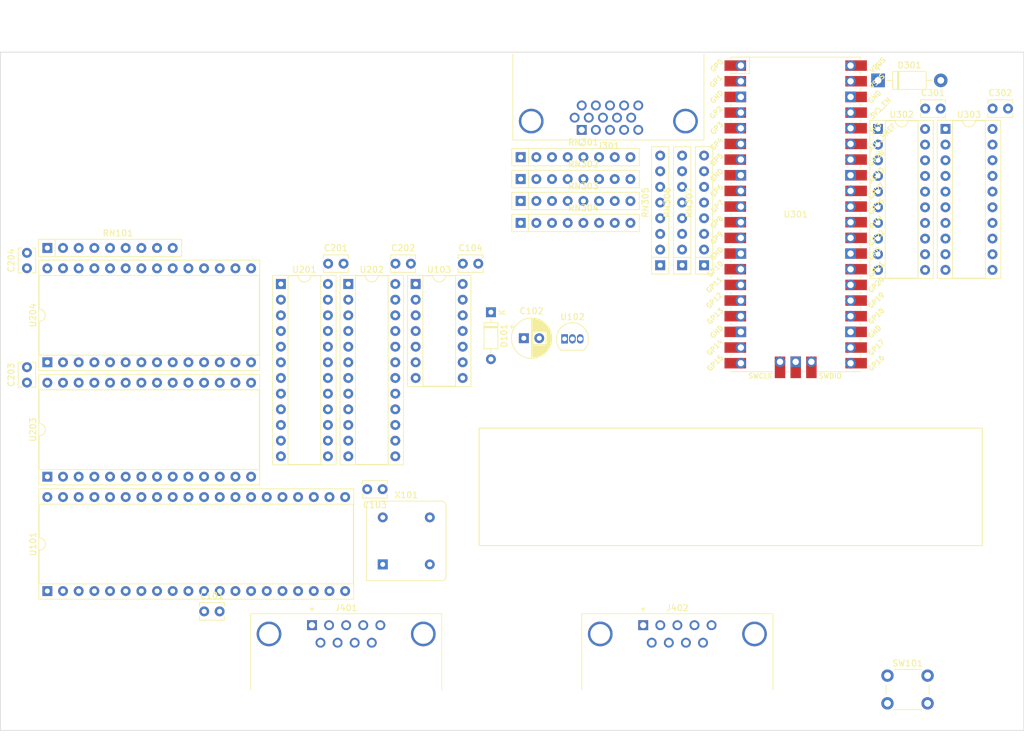
<source format=kicad_pcb>
(kicad_pcb (version 20221018) (generator pcbnew)
  (layers (0 "F.Cu" signal) (31 "B.Cu" signal) (34 "B.Paste" user) (35 "F.Paste" user) (36 "B.SilkS" user "B.Silkscreen") (37 "F.SilkS" user "F.Silkscreen") (38 "B.Mask" user) (39 "F.Mask" user) (44 "Edge.Cuts" user))
  (net 0 "")
  (net 1 "VCC")
  (net 2 "GND")
  (net 3 "Net-(D101-A)")
  (net 4 "+3V3")
  (net 5 "Net-(D301-K)")
  (net 6 "/Video/VGA_R")
  (net 7 "/Video/VGA_G")
  (net 8 "/Video/VGA_B")
  (net 13 "/Video/HSYNC")
  (net 14 "/Video/VSYNC")
  (net 16 "~{WAIT}")
  (net 17 "~{INT}")
  (net 18 "~{NMI}")
  (net 23 "/Video/R2")
  (net 24 "/Video/G2")
  (net 25 "/Video/B2")
  (net 28 "/Video/R0")
  (net 29 "Net-(RN302-R1.2)")
  (net 30 "Net-(RN302-R2.2)")
  (net 31 "Net-(RN302-R3.2)")
  (net 32 "/Video/G0")
  (net 33 "Net-(RN303-R1.2)")
  (net 34 "Net-(RN303-R2.2)")
  (net 35 "Net-(RN303-R3.2)")
  (net 36 "/Video/B0")
  (net 37 "Net-(RN304-R1.2)")
  (net 38 "Net-(RN304-R2.2)")
  (net 39 "Net-(RN304-R3.2)")
  (net 40 "/Video/R1")
  (net 41 "Net-(RN305-R1.2)")
  (net 42 "/Video/R3")
  (net 43 "/Video/G1")
  (net 44 "Net-(RN306-R1.2)")
  (net 45 "/Video/G3")
  (net 46 "/Video/B1")
  (net 47 "Net-(RN307-R1.2)")
  (net 48 "/Video/B3")
  (net 49 "~{RESET}")
  (net 50 "Net-(U102-GND)")
  (net 51 "A11")
  (net 52 "A12")
  (net 53 "A13")
  (net 54 "A14")
  (net 55 "A15")
  (net 56 "D4")
  (net 57 "D3")
  (net 58 "D5")
  (net 59 "D6")
  (net 60 "D2")
  (net 61 "D7")
  (net 62 "D0")
  (net 63 "D1")
  (net 65 "~{MREQ}")
  (net 66 "~{IORQ}")
  (net 67 "~{RD}")
  (net 68 "~{WR}")
  (net 70 "~{M1}")
  (net 71 "~{RFSH}")
  (net 72 "A0")
  (net 73 "A1")
  (net 74 "A2")
  (net 75 "A3")
  (net 76 "A4")
  (net 77 "A5")
  (net 78 "A6")
  (net 79 "A7")
  (net 80 "A8")
  (net 81 "A9")
  (net 82 "A10")
  (net 83 "Net-(U202-IO2)")
  (net 84 "/Video/INT_L")
  (net 99 "~{C1WSEL}")
  (net 100 "~{C2WSEL}")
  (net 101 "~{VDPEN}")
  (net 102 "~{VDPWSEL}")
  (net 103 "~{VDPRSEL}")
  (net 104 "~{SNWSEL}")
  (net 105 "~{CRSEL}")
  (net 106 "CPUCLK")
  (net 113 "~{CRTESEL}")
  (net 114 "~{CRTCSEL}")
  (net 115 "~{CRTASEL}")
  (net 116 "~{CRT8SEL}")
  (net 117 "~{RAMSEL}")
  (net 120 "~{ROMSEL}")
  (net 121 "Net-(U301-AGND)")
  (net 122 "/Video/CD7_L")
  (net 123 "/Video/CD6_L")
  (net 124 "/Video/CD5_L")
  (net 125 "/Video/CD4_L")
  (net 126 "/Video/CD3_L")
  (net 127 "/Video/CD2_L")
  (net 128 "/Video/CD1_L")
  (net 129 "/Video/CD0_L")
  (net 130 "/Video/RUN_L")
  (net 131 "/Video/~{CSR_L}")
  (net 132 "/Video/~{CSW_L}")
  (net 133 "/Video/MODE_L")
  (footprint "jrt-RPI_Pico:RPi_Pico_SMD_TH" (layer "F.Cu") (at 170.041 64.15)
    (fp_text reference "U301" (at 0 0) (layer "F.SilkS"))
    (fp_text value "Pico")
    (fp_text user "GP17" (at 13.054 21.59 45) (layer "F.SilkS") (effects (font (size 0.8 0.8))))
    (fp_text user "GP2" (at -12.9 -16.51 45) (layer "F.SilkS") (effects (font (size 0.8 0.8))))
    (fp_text user "GP27" (at 13.054 -3.8 45) (layer "F.SilkS") (effects (font (size 0.8 0.8))))
    (fp_text user "GND" (at -12.8 19.05 45) (layer "F.SilkS") (effects (font (size 0.8 0.8))))
    (fp_text user "GND" (at -12.8 -19.05 45) (layer "F.SilkS") (effects (font (size 0.8 0.8))))
    (fp_text user "GP8" (at -12.8 1.27 45) (layer "F.SilkS") (effects (font (size 0.8 0.8))))
    (fp_text user "GP21" (at 13.054 8.9 45) (layer "F.SilkS") (effects (font (size 0.8 0.8))))
    (fp_text user "GP28" (at 13.054 -9.144 45) (layer "F.SilkS") (effects (font (size 0.8 0.8))))
    (fp_text user "GP22" (at 13.054 3.81 45) (layer "F.SilkS") (effects (font (size 0.8 0.8))))
    (fp_text user "3V3" (at 12.9 -13.9 45) (layer "F.SilkS") (effects (font (size 0.8 0.8))))
    (fp_text user "SWDIO" (at 5.6 26.2) (layer "F.SilkS") (effects (font (size 0.8 0.8))))
    (fp_text user "GP1" (at -12.9 -21.6 45) (layer "F.SilkS") (effects (font (size 0.8 0.8))))
    (fp_text user "GND" (at 12.8 19.05 45) (layer "F.SilkS") (effects (font (size 0.8 0.8))))
    (fp_text user "3V3_EN" (at 13.7 -17.2 45) (layer "F.SilkS") (effects (font (size 0.8 0.8))))
    (fp_text user "GND" (at -12.8 -6.35 45) (layer "F.SilkS") (effects (font (size 0.8 0.8))))
    (fp_text user "GP3" (at -12.8 -13.97 45) (layer "F.SilkS") (effects (font (size 0.8 0.8))))
    (fp_text user "GND" (at 12.8 6.35 45) (layer "F.SilkS") (effects (font (size 0.8 0.8))))
    (fp_text user "GP16" (at 13.054 24.13 45) (layer "F.SilkS") (effects (font (size 0.8 0.8))))
    (fp_text user "VSYS" (at 13.2 -21.59 45) (layer "F.SilkS") (effects (font (size 0.8 0.8))))
    (fp_text user "SWCLK" (at -5.7 26.2) (layer "F.SilkS") (effects (font (size 0.8 0.8))))
    (fp_text user "GP9" (at -12.8 3.81 45) (layer "F.SilkS") (effects (font (size 0.8 0.8))))
    (fp_text user "AGND" (at 13.054 -6.35 45) (layer "F.SilkS") (effects (font (size 0.8 0.8))))
    (fp_text user "GP14" (at -13.1 21.59 45) (layer "F.SilkS") (effects (font (size 0.8 0.8))))
    (fp_text user "GP10" (at -13.054 8.89 45) (layer "F.SilkS") (effects (font (size 0.8 0.8))))
    (fp_text user "RUN" (at 13 1.27 45) (layer "F.SilkS") (effects (font (size 0.8 0.8))))
    (fp_text user "GP6" (at -12.8 -3.81 45) (layer "F.SilkS") (effects (font (size 0.8 0.8))))
    (fp_text user "GP26" (at 13.054 -1.27 45) (layer "F.SilkS") (effects (font (size 0.8 0.8))))
    (fp_text user "GP18" (at 13.054 16.51 45) (layer "F.SilkS") (effects (font (size 0.8 0.8))))
    (fp_text user "GP4" (at -12.8 -11.43 45) (layer "F.SilkS") (effects (font (size 0.8 0.8))))
    (fp_text user "GP13" (at -13.054 16.51 45) (layer "F.SilkS") (effects (font (size 0.8 0.8))))
    (fp_text user "GP19" (at 13.054 13.97 45) (layer "F.SilkS") (effects (font (size 0.8 0.8))))
    (fp_text user "GP12" (at -13.2 13.97 45) (layer "F.SilkS") (effects (font (size 0.8 0.8))))
    (fp_text user "GP11" (at -13.2 11.43 45) (layer "F.SilkS") (effects (font (size 0.8 0.8))))
    (fp_text user "GP15" (at -13.054 24.13 45) (layer "F.SilkS") (effects (font (size 0.8 0.8))))
    (fp_text user "GP20" (at 13.054 11.43 45) (layer "F.SilkS") (effects (font (size 0.8 0.8))))
    (fp_text user "GP5" (at -12.8 -8.89 45) (layer "F.SilkS") (effects (font (size 0.8 0.8))))
    (fp_text user "GND" (at -12.8 6.35 45) (layer "F.SilkS") (effects (font (size 0.8 0.8))))
    (fp_text user "VBUS" (at 13.3 -24.2 45) (layer "F.SilkS") (effects (font (size 0.8 0.8))))
    (fp_text user "GP7" (at -12.7 -1.3 45) (layer "F.SilkS") (effects (font (size 0.8 0.8))))
    (fp_text user "GND" (at 12.8 -19.05 45) (layer "F.SilkS") (effects (font (size 0.8 0.8))))
    (fp_text user "ADC_VREF" (at 14 -12.5 45) (layer "F.SilkS") (effects (font (size 0.8 0.8))))
    (fp_text user "GP0" (at -12.8 -24.13 45) (layer "F.SilkS") (effects (font (size 0.8 0.8))))
    (pad "" np_thru_hole oval (at -2.725 -24) (size 1.8 1.8) (drill 1.8) (layers "*.Cu" "*.Mask"))
    (pad "" np_thru_hole oval (at -2.425 -20.97) (size 1.5 1.5) (drill 1.5) (layers "*.Cu" "*.Mask"))
    (pad "" np_thru_hole oval (at 2.425 -20.97) (size 1.5 1.5) (drill 1.5) (layers "*.Cu" "*.Mask"))
    (pad "" np_thru_hole oval (at 2.725 -24) (size 1.8 1.8) (drill 1.8) (layers "*.Cu" "*.Mask"))
    (pad "1" thru_hole oval (at -8.89 -24.13) (size 1.7 1.7) (drill 1.02) (layers "*.Cu" "*.Mask") (net 13 "/Video/HSYNC"))
    (pad "1" smd rect (at -8.89 -24.13) (size 3.5 1.7) (drill (offset -0.9 0)) (layers "F.Cu" "F.Mask") (net 13 "/Video/HSYNC"))
    (pad "2" thru_hole oval (at -8.89 -21.59) (size 1.7 1.7) (drill 1.02) (layers "*.Cu" "*.Mask") (net 14 "/Video/VSYNC"))
    (pad "2" smd rect (at -8.89 -21.59) (size 3.5 1.7) (drill (offset -0.9 0)) (layers "F.Cu" "F.Mask") (net 14 "/Video/VSYNC"))
    (pad "3" thru_hole rect (at -8.89 -19.05) (size 1.7 1.7) (drill 1.02) (layers "*.Cu" "*.Mask") (net 121 "Net-(U301-AGND)"))
    (pad "3" smd rect (at -8.89 -19.05) (size 3.5 1.7) (drill (offset -0.9 0)) (layers "F.Cu" "F.Mask") (net 121 "Net-(U301-AGND)"))
    (pad "4" thru_hole oval (at -8.89 -16.51) (size 1.7 1.7) (drill 1.02) (layers "*.Cu" "*.Mask") (net 28 "/Video/R0"))
    (pad "4" smd rect (at -8.89 -16.51) (size 3.5 1.7) (drill (offset -0.9 0)) (layers "F.Cu" "F.Mask") (net 28 "/Video/R0"))
    (pad "5" thru_hole oval (at -8.89 -13.97) (size 1.7 1.7) (drill 1.02) (layers "*.Cu" "*.Mask") (net 40 "/Video/R1"))
    (pad "5" smd rect (at -8.89 -13.97) (size 3.5 1.7) (drill (offset -0.9 0)) (layers "F.Cu" "F.Mask") (net 40 "/Video/R1"))
    (pad "6" thru_hole oval (at -8.89 -11.43) (size 1.7 1.7) (drill 1.02) (layers "*.Cu" "*.Mask") (net 23 "/Video/R2"))
    (pad "6" smd rect (at -8.89 -11.43) (size 3.5 1.7) (drill (offset -0.9 0)) (layers "F.Cu" "F.Mask") (net 23 "/Video/R2"))
    (pad "7" thru_hole oval (at -8.89 -8.89) (size 1.7 1.7) (drill 1.02) (layers "*.Cu" "*.Mask") (net 42 "/Video/R3"))
    (pad "7" smd rect (at -8.89 -8.89) (size 3.5 1.7) (drill (offset -0.9 0)) (layers "F.Cu" "F.Mask") (net 42 "/Video/R3"))
    (pad "8" thru_hole rect (at -8.89 -6.35) (size 1.7 1.7) (drill 1.02) (layers "*.Cu" "*.Mask") (net 121 "Net-(U301-AGND)"))
    (pad "8" smd rect (at -8.89 -6.35) (size 3.5 1.7) (drill (offset -0.9 0)) (layers "F.Cu" "F.Mask") (net 121 "Net-(U301-AGND)"))
    (pad "9" thru_hole oval (at -8.89 -3.81) (size 1.7 1.7) (drill 1.02) (layers "*.Cu" "*.Mask") (net 32 "/Video/G0"))
    (pad "9" smd rect (at -8.89 -3.81) (size 3.5 1.7) (drill (offset -0.9 0)) (layers "F.Cu" "F.Mask") (net 32 "/Video/G0"))
    (pad "10" thru_hole oval (at -8.89 -1.27) (size 1.7 1.7) (drill 1.02) (layers "*.Cu" "*.Mask") (net 43 "/Video/G1"))
    (pad "10" smd rect (at -8.89 -1.27) (size 3.5 1.7) (drill (offset -0.9 0)) (layers "F.Cu" "F.Mask") (net 43 "/Video/G1"))
    (pad "11" thru_hole oval (at -8.89 1.27) (size 1.7 1.7) (drill 1.02) (layers "*.Cu" "*.Mask") (net 24 "/Video/G2"))
    (pad "11" smd rect (at -8.89 1.27) (size 3.5 1.7) (drill (offset -0.9 0)) (layers "F.Cu" "F.Mask") (net 24 "/Video/G2"))
    (pad "12" thru_hole oval (at -8.89 3.81) (size 1.7 1.7) (drill 1.02) (layers "*.Cu" "*.Mask") (net 45 "/Video/G3"))
    (pad "12" smd rect (at -8.89 3.81) (size 3.5 1.7) (drill (offset -0.9 0)) (layers "F.Cu" "F.Mask") (net 45 "/Video/G3"))
    (pad "13" thru_hole rect (at -8.89 6.35) (size 1.7 1.7) (drill 1.02) (layers "*.Cu" "*.Mask") (net 121 "Net-(U301-AGND)"))
    (pad "13" smd rect (at -8.89 6.35) (size 3.5 1.7) (drill (offset -0.9 0)) (layers "F.Cu" "F.Mask") (net 121 "Net-(U301-AGND)"))
    (pad "14" thru_hole oval (at -8.89 8.89) (size 1.7 1.7) (drill 1.02) (layers "*.Cu" "*.Mask") (net 36 "/Video/B0"))
    (pad "14" smd rect (at -8.89 8.89) (size 3.5 1.7) (drill (offset -0.9 0)) (layers "F.Cu" "F.Mask") (net 36 "/Video/B0"))
    (pad "15" thru_hole oval (at -8.89 11.43) (size 1.7 1.7) (drill 1.02) (layers "*.Cu" "*.Mask") (net 46 "/Video/B1"))
    (pad "15" smd rect (at -8.89 11.43) (size 3.5 1.7) (drill (offset -0.9 0)) (layers "F.Cu" "F.Mask") (net 46 "/Video/B1"))
    (pad "16" thru_hole oval (at -8.89 13.97) (size 1.7 1.7) (drill 1.02) (layers "*.Cu" "*.Mask") (net 25 "/Video/B2"))
    (pad "16" smd rect (at -8.89 13.97) (size 3.5 1.7) (drill (offset -0.9 0)) (layers "F.Cu" "F.Mask") (net 25 "/Video/B2"))
    (pad "17" thru_hole oval (at -8.89 16.51) (size 1.7 1.7) (drill 1.02) (layers "*.Cu" "*.Mask") (net 48 "/Video/B3"))
    (pad "17" smd rect (at -8.89 16.51) (size 3.5 1.7) (drill (offset -0.9 0)) (layers "F.Cu" "F.Mask") (net 48 "/Video/B3"))
    (pad "18" thru_hole rect (at -8.89 19.05) (size 1.7 1.7) (drill 1.02) (layers "*.Cu" "*.Mask") (net 121 "Net-(U301-AGND)"))
    (pad "18" smd rect (at -8.89 19.05) (size 3.5 1.7) (drill (offset -0.9 0)) (layers "F.Cu" "F.Mask") (net 121 "Net-(U301-AGND)"))
    (pad "19" thru_hole oval (at -8.89 21.59) (size 1.7 1.7) (drill 1.02) (layers "*.Cu" "*.Mask") (net 122 "/Video/CD7_L"))
    (pad "19" smd rect (at -8.89 21.59) (size 3.5 1.7) (drill (offset -0.9 0)) (layers "F.Cu" "F.Mask") (net 122 "/Video/CD7_L"))
    (pad "20" thru_hole oval (at -8.89 24.13) (size 1.7 1.7) (drill 1.02) (layers "*.Cu" "*.Mask") (net 123 "/Video/CD6_L"))
    (pad "20" smd rect (at -8.89 24.13) (size 3.5 1.7) (drill (offset -0.9 0)) (layers "F.Cu" "F.Mask") (net 123 "/Video/CD6_L"))
    (pad "21" thru_hole oval (at 8.89 24.13) (size 1.7 1.7) (drill 1.02) (layers "*.Cu" "*.Mask") (net 124 "/Video/CD5_L"))
    (pad "21" smd rect (at 8.89 24.13) (size 3.5 1.7) (drill (offset 0.9 0)) (layers "F.Cu" "F.Mask") (net 124 "/Video/CD5_L"))
    (pad "22" thru_hole oval (at 8.89 21.59) (size 1.7 1.7) (drill 1.02) (layers "*.Cu" "*.Mask") (net 125 "/Video/CD4_L"))
    (pad "22" smd rect (at 8.89 21.59) (size 3.5 1.7) (drill (offset 0.9 0)) (layers "F.Cu" "F.Mask") (net 125 "/Video/CD4_L"))
    (pad "23" thru_hole rect (at 8.89 19.05) (size 1.7 1.7) (drill 1.02) (layers "*.Cu" "*.Mask") (net 121 "Net-(U301-AGND)"))
    (pad "23" smd rect (at 8.89 19.05) (size 3.5 1.7) (drill (offset 0.9 0)) (layers "F.Cu" "F.Mask") (net 121 "Net-(U301-AGND)"))
    (pad "24" thru_hole oval (at 8.89 16.51) (size 1.7 1.7) (drill 1.02) (layers "*.Cu" "*.Mask") (net 126 "/Video/CD3_L"))
    (pad "24" smd rect (at 8.89 16.51) (size 3.5 1.7) (drill (offset 0.9 0)) (layers "F.Cu" "F.Mask") (net 126 "/Video/CD3_L"))
    (pad "25" thru_hole oval (at 8.89 13.97) (size 1.7 1.7) (drill 1.02) (layers "*.Cu" "*.Mask") (net 127 "/Video/CD2_L"))
    (pad "25" smd rect (at 8.89 13.97) (size 3.5 1.7) (drill (offset 0.9 0)) (layers "F.Cu" "F.Mask") (net 127 "/Video/CD2_L"))
    (pad "26" thru_hole oval (at 8.89 11.43) (size 1.7 1.7) (drill 1.02) (layers "*.Cu" "*.Mask") (net 128 "/Video/CD1_L"))
    (pad "26" smd rect (at 8.89 11.43) (size 3.5 1.7) (drill (offset 0.9 0)) (layers "F.Cu" "F.Mask") (net 128 "/Video/CD1_L"))
    (pad "27" thru_hole oval (at 8.89 8.89) (size 1.7 1.7) (drill 1.02) (layers "*.Cu" "*.Mask") (net 129 "/Video/CD0_L"))
    (pad "27" smd rect (at 8.89 8.89) (size 3.5 1.7) (drill (offset 0.9 0)) (layers "F.Cu" "F.Mask") (net 129 "/Video/CD0_L"))
    (pad "28" thru_hole rect (at 8.89 6.35) (size 1.7 1.7) (drill 1.02) (layers "*.Cu" "*.Mask") (net 121 "Net-(U301-AGND)"))
    (pad "28" smd rect (at 8.89 6.35) (size 3.5 1.7) (drill (offset 0.9 0)) (layers "F.Cu" "F.Mask") (net 121 "Net-(U301-AGND)"))
    (pad "29" thru_hole oval (at 8.89 3.81) (size 1.7 1.7) (drill 1.02) (layers "*.Cu" "*.Mask") (net 84 "/Video/INT_L"))
    (pad "29" smd rect (at 8.89 3.81) (size 3.5 1.7) (drill (offset 0.9 0)) (layers "F.Cu" "F.Mask") (net 84 "/Video/INT_L"))
    (pad "30" thru_hole oval (at 8.89 1.27) (size 1.7 1.7) (drill 1.02) (layers "*.Cu" "*.Mask") (net 130 "/Video/RUN_L"))
    (pad "30" smd rect (at 8.89 1.27) (size 3.5 1.7) (drill (offset 0.9 0)) (layers "F.Cu" "F.Mask") (net 130 "/Video/RUN_L"))
    (pad "31" thru_hole oval (at 8.89 -1.27) (size 1.7 1.7) (drill 1.02) (layers "*.Cu" "*.Mask") (net 131 "/Video/~{CSR_L}"))
    (pad "31" smd rect (at 8.89 -1.27) (size 3.5 1.7) (drill (offset 0.9 0)) (layers "F.Cu" "F.Mask") (net 131 "/Video/~{CSR_L}"))
    (pad "32" thru_hole oval (at 8.89 -3.81) (size 1.7 1.7) (drill 1.02) (layers "*.Cu" "*.Mask") (net 132 "/Video/~{CSW_L}"))
    (pad "32" smd rect (at 8.89 -3.81) (size 3.5 1.7) (drill (offset 0.9 0)) (layers "F.Cu" "F.Mask") (net 132 "/Video/~{CSW_L}"))
    (pad "33" thru_hole rect (at 8.89 -6.35) (size 1.7 1.7) (drill 1.02) (layers "*.Cu" "*.Mask") (net 121 "Net-(U301-AGND)"))
    (pad "33" smd rect (at 8.89 -6.35) (size 3.5 1.7) (drill (offset 0.9 0)) (layers "F.Cu" "F.Mask") (net 121 "Net-(U301-AGND)"))
    (pad "34" thru_hole oval (at 8.89 -8.89) (size 1.7 1.7) (drill 1.02) (layers "*.Cu" "*.Mask") (net 133 "/Video/MODE_L"))
    (pad "34" smd rect (at 8.89 -8.89) (size 3.5 1.7) (drill (offset 0.9 0)) (layers "F.Cu" "F.Mask") (net 133 "/Video/MODE_L"))
    (pad "35" thru_hole oval (at 8.89 -11.43) (size 1.7 1.7) (drill 1.02) (layers "*.Cu" "*.Mask"))
    (pad "35" smd rect (at 8.89 -11.43) (size 3.5 1.7) (drill (offset 0.9 0)) (layers "F.Cu" "F.Mask"))
    (pad "36" thru_hole oval (at 8.89 -13.97) (size 1.7 1.7) (drill 1.02) (layers "*.Cu" "*.Mask") (net 4 "+3V3"))
    (pad "36" smd rect (at 8.89 -13.97) (size 3.5 1.7) (drill (offset 0.9 0)) (layers "F.Cu" "F.Mask") (net 4 "+3V3"))
    (pad "37" thru_hole oval (at 8.89 -16.51) (size 1.7 1.7) (drill 1.02) (layers "*.Cu" "*.Mask"))
    (pad "37" smd rect (at 8.89 -16.51) (size 3.5 1.7) (drill (offset 0.9 0)) (layers "F.Cu" "F.Mask"))
    (pad "38" thru_hole rect (at 8.89 -19.05) (size 1.7 1.7) (drill 1.02) (layers "*.Cu" "*.Mask") (net 121 "Net-(U301-AGND)"))
    (pad "38" smd rect (at 8.89 -19.05) (size 3.5 1.7) (drill (offset 0.9 0)) (layers "F.Cu" "F.Mask") (net 121 "Net-(U301-AGND)"))
    (pad "39" thru_hole oval (at 8.89 -21.59) (size 1.7 1.7) (drill 1.02) (layers "*.Cu" "*.Mask") (net 5 "Net-(D301-K)"))
    (pad "39" smd rect (at 8.89 -21.59) (size 3.5 1.7) (drill (offset 0.9 0)) (layers "F.Cu" "F.Mask") (net 5 "Net-(D301-K)"))
    (pad "40" thru_hole oval (at 8.89 -24.13) (size 1.7 1.7) (drill 1.02) (layers "*.Cu" "*.Mask"))
    (pad "40" smd rect (at 8.89 -24.13) (size 3.5 1.7) (drill (offset 0.9 0)) (layers "F.Cu" "F.Mask"))
    (pad "41" thru_hole oval (at -2.54 23.9) (size 1.7 1.7) (drill 1.02) (layers "*.Cu" "*.Mask"))
    (pad "41" smd rect (at -2.54 23.9 90) (size 3.5 1.7) (drill (offset -0.9 0)) (layers "F.Cu" "F.Mask"))
    (pad "42" thru_hole rect (at 0 23.9) (size 1.7 1.7) (drill 1.02) (layers "*.Cu" "*.Mask") (net 121 "Net-(U301-AGND)"))
    (pad "42" smd rect (at 0 23.9 90) (size 3.5 1.7) (drill (offset -0.9 0)) (layers "F.Cu" "F.Mask") (net 121 "Net-(U301-AGND)"))
    (pad "43" thru_hole oval (at 2.54 23.9) (size 1.7 1.7) (drill 1.02) (layers "*.Cu" "*.Mask"))
    (pad "43" smd rect (at 2.54 23.9 90) (size 3.5 1.7) (drill (offset -0.9 0)) (layers "F.Cu" "F.Mask"))
  )
  (footprint "Capacitor_THT:C_Disc_D3.8mm_W2.6mm_P2.50mm" (layer "F.Cu") (at 105.176 72.136)
    (fp_text reference "C202" (at 1.25 -2.55) (layer "F.SilkS"))
    (fp_text value "0.1µF")
    (pad "1" thru_hole circle (at 0 0) (size 1.6 1.6) (drill 0.8) (layers "*.Cu" "*.Mask") (net 1 "VCC"))
    (pad "2" thru_hole circle (at 2.5 0) (size 1.6 1.6) (drill 0.8) (layers "*.Cu" "*.Mask") (net 2 "GND"))
  )
  (footprint "Package_DIP:DIP-20_W7.62mm_Socket" (layer "F.Cu") (at 183.388 50.297)
    (fp_text reference "U302" (at 3.81 -2.33) (layer "F.SilkS"))
    (fp_text value "74LVC245")
    (pad "1" thru_hole rect (at 0 0) (size 1.6 1.6) (drill 0.8) (layers "*.Cu" "*.Mask") (net 2 "GND"))
    (pad "2" thru_hole oval (at 0 2.54) (size 1.6 1.6) (drill 0.8) (layers "*.Cu" "*.Mask") (net 133 "/Video/MODE_L"))
    (pad "3" thru_hole oval (at 0 5.08) (size 1.6 1.6) (drill 0.8) (layers "*.Cu" "*.Mask") (net 132 "/Video/~{CSW_L}"))
    (pad "4" thru_hole oval (at 0 7.62) (size 1.6 1.6) (drill 0.8) (layers "*.Cu" "*.Mask") (net 131 "/Video/~{CSR_L}"))
    (pad "5" thru_hole oval (at 0 10.16) (size 1.6 1.6) (drill 0.8) (layers "*.Cu" "*.Mask") (net 130 "/Video/RUN_L"))
    (pad "6" thru_hole oval (at 0 12.7) (size 1.6 1.6) (drill 0.8) (layers "*.Cu" "*.Mask"))
    (pad "7" thru_hole oval (at 0 15.24) (size 1.6 1.6) (drill 0.8) (layers "*.Cu" "*.Mask"))
    (pad "8" thru_hole oval (at 0 17.78) (size 1.6 1.6) (drill 0.8) (layers "*.Cu" "*.Mask"))
    (pad "9" thru_hole oval (at 0 20.32) (size 1.6 1.6) (drill 0.8) (layers "*.Cu" "*.Mask"))
    (pad "10" thru_hole oval (at 0 22.86) (size 1.6 1.6) (drill 0.8) (layers "*.Cu" "*.Mask") (net 2 "GND"))
    (pad "11" thru_hole oval (at 7.62 22.86) (size 1.6 1.6) (drill 0.8) (layers "*.Cu" "*.Mask") (net 2 "GND"))
    (pad "12" thru_hole oval (at 7.62 20.32) (size 1.6 1.6) (drill 0.8) (layers "*.Cu" "*.Mask") (net 2 "GND"))
    (pad "13" thru_hole oval (at 7.62 17.78) (size 1.6 1.6) (drill 0.8) (layers "*.Cu" "*.Mask") (net 2 "GND"))
    (pad "14" thru_hole oval (at 7.62 15.24) (size 1.6 1.6) (drill 0.8) (layers "*.Cu" "*.Mask") (net 2 "GND"))
    (pad "15" thru_hole oval (at 7.62 12.7) (size 1.6 1.6) (drill 0.8) (layers "*.Cu" "*.Mask") (net 49 "~{RESET}"))
    (pad "16" thru_hole oval (at 7.62 10.16) (size 1.6 1.6) (drill 0.8) (layers "*.Cu" "*.Mask") (net 103 "~{VDPRSEL}"))
    (pad "17" thru_hole oval (at 7.62 7.62) (size 1.6 1.6) (drill 0.8) (layers "*.Cu" "*.Mask") (net 102 "~{VDPWSEL}"))
    (pad "18" thru_hole oval (at 7.62 5.08) (size 1.6 1.6) (drill 0.8) (layers "*.Cu" "*.Mask") (net 72 "A0"))
    (pad "19" thru_hole oval (at 7.62 2.54) (size 1.6 1.6) (drill 0.8) (layers "*.Cu" "*.Mask") (net 2 "GND"))
    (pad "20" thru_hole oval (at 7.62 0) (size 1.6 1.6) (drill 0.8) (layers "*.Cu" "*.Mask") (net 4 "+3V3"))
  )
  (footprint "Capacitor_THT:C_Disc_D3.8mm_W2.6mm_P2.50mm" (layer "F.Cu") (at 201.95 46.99)
    (fp_text reference "C302" (at 1.25 -2.55) (layer "F.SilkS"))
    (fp_text value "0.1µF")
    (pad "1" thru_hole circle (at 0 0) (size 1.6 1.6) (drill 0.8) (layers "*.Cu" "*.Mask") (net 4 "+3V3"))
    (pad "2" thru_hole circle (at 2.5 0) (size 1.6 1.6) (drill 0.8) (layers "*.Cu" "*.Mask") (net 2 "GND"))
  )
  (footprint "Package_DIP:DIP-14_W7.62mm_Socket" (layer "F.Cu") (at 108.458 75.438)
    (fp_text reference "U103" (at 3.81 -2.33) (layer "F.SilkS"))
    (fp_text value "74ACT05")
    (pad "1" thru_hole rect (at 0 0) (size 1.6 1.6) (drill 0.8) (layers "*.Cu" "*.Mask") (net 83 "Net-(U202-IO2)"))
    (pad "2" thru_hole oval (at 0 2.54) (size 1.6 1.6) (drill 0.8) (layers "*.Cu" "*.Mask") (net 16 "~{WAIT}"))
    (pad "3" thru_hole oval (at 0 5.08) (size 1.6 1.6) (drill 0.8) (layers "*.Cu" "*.Mask") (net 84 "/Video/INT_L"))
    (pad "4" thru_hole oval (at 0 7.62) (size 1.6 1.6) (drill 0.8) (layers "*.Cu" "*.Mask") (net 18 "~{NMI}"))
    (pad "5" thru_hole oval (at 0 10.16) (size 1.6 1.6) (drill 0.8) (layers "*.Cu" "*.Mask") (net 2 "GND"))
    (pad "6" thru_hole oval (at 0 12.7) (size 1.6 1.6) (drill 0.8) (layers "*.Cu" "*.Mask"))
    (pad "7" thru_hole oval (at 0 15.24) (size 1.6 1.6) (drill 0.8) (layers "*.Cu" "*.Mask") (net 2 "GND"))
    (pad "8" thru_hole oval (at 7.62 15.24) (size 1.6 1.6) (drill 0.8) (layers "*.Cu" "*.Mask"))
    (pad "9" thru_hole oval (at 7.62 12.7) (size 1.6 1.6) (drill 0.8) (layers "*.Cu" "*.Mask") (net 2 "GND"))
    (pad "10" thru_hole oval (at 7.62 10.16) (size 1.6 1.6) (drill 0.8) (layers "*.Cu" "*.Mask"))
    (pad "11" thru_hole oval (at 7.62 7.62) (size 1.6 1.6) (drill 0.8) (layers "*.Cu" "*.Mask") (net 2 "GND"))
    (pad "12" thru_hole oval (at 7.62 5.08) (size 1.6 1.6) (drill 0.8) (layers "*.Cu" "*.Mask"))
    (pad "13" thru_hole oval (at 7.62 2.54) (size 1.6 1.6) (drill 0.8) (layers "*.Cu" "*.Mask") (net 2 "GND"))
    (pad "14" thru_hole oval (at 7.62 0) (size 1.6 1.6) (drill 0.8) (layers "*.Cu" "*.Mask") (net 1 "VCC"))
  )
  (footprint "Diode_THT:D_DO-35_SOD27_P7.62mm_Horizontal" (layer "F.Cu") (at 120.65 80.01 -90)
    (fp_text reference "D101" (at 3.81 -2.12 90) (layer "F.SilkS"))
    (fp_text value "1N4148")
    (fp_text user "K" (at 0 -1.8 90) (layer "F.SilkS"))
    (pad "1" thru_hole rect (at 0 0 270) (size 1.6 1.6) (drill 0.8) (layers "*.Cu" "*.Mask") (net 1 "VCC"))
    (pad "2" thru_hole oval (at 7.62 0 270) (size 1.6 1.6) (drill 0.8) (layers "*.Cu" "*.Mask") (net 3 "Net-(D101-A)"))
  )
  (footprint "Resistor_THT:R_Array_SIP9" (layer "F.Cu") (at 48.768 69.596)
    (fp_text reference "RN101" (at 11.43 -2.4) (layer "F.SilkS"))
    (fp_text value "3K3")
    (pad "1" thru_hole rect (at 0 0) (size 1.6 1.6) (drill 0.8) (layers "*.Cu" "*.Mask") (net 1 "VCC"))
    (pad "2" thru_hole oval (at 2.54 0) (size 1.6 1.6) (drill 0.8) (layers "*.Cu" "*.Mask") (net 3 "Net-(D101-A)"))
    (pad "3" thru_hole oval (at 5.08 0) (size 1.6 1.6) (drill 0.8) (layers "*.Cu" "*.Mask") (net 16 "~{WAIT}"))
    (pad "4" thru_hole oval (at 7.62 0) (size 1.6 1.6) (drill 0.8) (layers "*.Cu" "*.Mask") (net 17 "~{INT}"))
    (pad "5" thru_hole oval (at 10.16 0) (size 1.6 1.6) (drill 0.8) (layers "*.Cu" "*.Mask") (net 18 "~{NMI}"))
    (pad "6" thru_hole oval (at 12.7 0) (size 1.6 1.6) (drill 0.8) (layers "*.Cu" "*.Mask"))
    (pad "7" thru_hole oval (at 15.24 0) (size 1.6 1.6) (drill 0.8) (layers "*.Cu" "*.Mask"))
    (pad "8" thru_hole oval (at 17.78 0) (size 1.6 1.6) (drill 0.8) (layers "*.Cu" "*.Mask"))
    (pad "9" thru_hole oval (at 20.32 0) (size 1.6 1.6) (drill 0.8) (layers "*.Cu" "*.Mask"))
  )
  (footprint "Resistor_THT:R_Array_SIP8" (layer "F.Cu") (at 151.638 72.39 90)
    (fp_text reference "RN306" (at 10.16 -2.4 90) (layer "F.SilkS"))
    (fp_text value "1K")
    (pad "1" thru_hole rect (at 0 0 90) (size 1.6 1.6) (drill 0.8) (layers "*.Cu" "*.Mask") (net 43 "/Video/G1"))
    (pad "2" thru_hole oval (at 2.54 0 90) (size 1.6 1.6) (drill 0.8) (layers "*.Cu" "*.Mask") (net 44 "Net-(RN306-R1.2)"))
    (pad "3" thru_hole oval (at 5.08 0 90) (size 1.6 1.6) (drill 0.8) (layers "*.Cu" "*.Mask") (net 44 "Net-(RN306-R1.2)"))
    (pad "4" thru_hole oval (at 7.62 0 90) (size 1.6 1.6) (drill 0.8) (layers "*.Cu" "*.Mask") (net 7 "/Video/VGA_G"))
    (pad "5" thru_hole oval (at 10.16 0 90) (size 1.6 1.6) (drill 0.8) (layers "*.Cu" "*.Mask") (net 45 "/Video/G3"))
    (pad "6" thru_hole oval (at 12.7 0 90) (size 1.6 1.6) (drill 0.8) (layers "*.Cu" "*.Mask") (net 7 "/Video/VGA_G"))
    (pad "7" thru_hole oval (at 15.24 0 90) (size 1.6 1.6) (drill 0.8) (layers "*.Cu" "*.Mask") (net 45 "/Video/G3"))
    (pad "8" thru_hole oval (at 17.78 0 90) (size 1.6 1.6) (drill 0.8) (layers "*.Cu" "*.Mask") (net 7 "/Video/VGA_G"))
  )
  (footprint "Capacitor_THT:C_Disc_D3.8mm_W2.6mm_P2.50mm" (layer "F.Cu") (at 94.274 72.136)
    (fp_text reference "C201" (at 1.25 -2.55) (layer "F.SilkS"))
    (fp_text value "0.1µF")
    (pad "1" thru_hole circle (at 0 0) (size 1.6 1.6) (drill 0.8) (layers "*.Cu" "*.Mask") (net 1 "VCC"))
    (pad "2" thru_hole circle (at 2.5 0) (size 1.6 1.6) (drill 0.8) (layers "*.Cu" "*.Mask") (net 2 "GND"))
  )
  (footprint "Resistor_THT:R_Array_SIP8" (layer "F.Cu") (at 125.476 54.864)
    (fp_text reference "RN301" (at 10.16 -2.4) (layer "F.SilkS"))
    (fp_text value "1K")
    (pad "1" thru_hole rect (at 0 0) (size 1.6 1.6) (drill 0.8) (layers "*.Cu" "*.Mask") (net 23 "/Video/R2"))
    (pad "2" thru_hole oval (at 2.54 0) (size 1.6 1.6) (drill 0.8) (layers "*.Cu" "*.Mask") (net 6 "/Video/VGA_R"))
    (pad "3" thru_hole oval (at 5.08 0) (size 1.6 1.6) (drill 0.8) (layers "*.Cu" "*.Mask") (net 24 "/Video/G2"))
    (pad "4" thru_hole oval (at 7.62 0) (size 1.6 1.6) (drill 0.8) (layers "*.Cu" "*.Mask") (net 7 "/Video/VGA_G"))
    (pad "5" thru_hole oval (at 10.16 0) (size 1.6 1.6) (drill 0.8) (layers "*.Cu" "*.Mask") (net 25 "/Video/B2"))
    (pad "6" thru_hole oval (at 12.7 0) (size 1.6 1.6) (drill 0.8) (layers "*.Cu" "*.Mask") (net 8 "/Video/VGA_B"))
    (pad "7" thru_hole oval (at 15.24 0) (size 1.6 1.6) (drill 0.8) (layers "*.Cu" "*.Mask"))
    (pad "8" thru_hole oval (at 17.78 0) (size 1.6 1.6) (drill 0.8) (layers "*.Cu" "*.Mask"))
  )
  (footprint "Capacitor_THT:C_Disc_D3.8mm_W2.6mm_P2.50mm" (layer "F.Cu") (at 45.466 91.42 90)
    (fp_text reference "C203" (at 1.25 -2.55 90) (layer "F.SilkS"))
    (fp_text value "0.1µF")
    (pad "1" thru_hole circle (at 0 0 90) (size 1.6 1.6) (drill 0.8) (layers "*.Cu" "*.Mask") (net 1 "VCC"))
    (pad "2" thru_hole circle (at 2.5 0 90) (size 1.6 1.6) (drill 0.8) (layers "*.Cu" "*.Mask") (net 2 "GND"))
  )
  (footprint "Capacitor_THT:C_Disc_D3.8mm_W2.6mm_P2.50mm" (layer "F.Cu") (at 191.028 46.99)
    (fp_text reference "C301" (at 1.25 -2.55) (layer "F.SilkS"))
    (fp_text value "0.1µF")
    (pad "1" thru_hole circle (at 0 0) (size 1.6 1.6) (drill 0.8) (layers "*.Cu" "*.Mask") (net 4 "+3V3"))
    (pad "2" thru_hole circle (at 2.5 0) (size 1.6 1.6) (drill 0.8) (layers "*.Cu" "*.Mask") (net 2 "GND"))
  )
  (footprint "Capacitor_THT:C_Disc_D3.8mm_W2.6mm_P2.50mm" (layer "F.Cu") (at 45.466 72.878 90)
    (fp_text reference "C204" (at 1.25 -2.55 90) (layer "F.SilkS"))
    (fp_text value "0.1µF")
    (pad "1" thru_hole circle (at 0 0 90) (size 1.6 1.6) (drill 0.8) (layers "*.Cu" "*.Mask") (net 1 "VCC"))
    (pad "2" thru_hole circle (at 2.5 0 90) (size 1.6 1.6) (drill 0.8) (layers "*.Cu" "*.Mask") (net 2 "GND"))
  )
  (footprint "Connector_Dsub:DSUB-15-HD_Female_Horizontal_P2.29x1.98mm_EdgePinOffset8.35mm_Housed_MountingHolesOffset10.89mm" (layer "F.Cu") (at 135.366 50.442 180)
    (fp_text reference "J301" (at -4.315 -2.58) (layer "F.SilkS"))
    (fp_text value "DE15_Receptacle_HighDensity_MountingHoles")
    (pad "0" thru_hole circle (at -16.815 1.42 180) (size 4 4) (drill 3.2) (layers "*.Cu" "*.Mask") (net 2 "GND"))
    (pad "0" thru_hole circle (at 8.185 1.42 180) (size 4 4) (drill 3.2) (layers "*.Cu" "*.Mask") (net 2 "GND"))
    (pad "1" thru_hole rect (at 0 0 180) (size 1.6 1.6) (drill 1) (layers "*.Cu" "*.Mask") (net 6 "/Video/VGA_R"))
    (pad "2" thru_hole circle (at -2.29 0 180) (size 1.6 1.6) (drill 1) (layers "*.Cu" "*.Mask") (net 7 "/Video/VGA_G"))
    (pad "3" thru_hole circle (at -4.58 0 180) (size 1.6 1.6) (drill 1) (layers "*.Cu" "*.Mask") (net 8 "/Video/VGA_B"))
    (pad "4" thru_hole circle (at -6.87 0 180) (size 1.6 1.6) (drill 1) (layers "*.Cu" "*.Mask"))
    (pad "5" thru_hole circle (at -9.16 0 180) (size 1.6 1.6) (drill 1) (layers "*.Cu" "*.Mask") (net 2 "GND"))
    (pad "6" thru_hole circle (at 1.145 1.98 180) (size 1.6 1.6) (drill 1) (layers "*.Cu" "*.Mask") (net 2 "GND"))
    (pad "7" thru_hole circle (at -1.145 1.98 180) (size 1.6 1.6) (drill 1) (layers "*.Cu" "*.Mask") (net 2 "GND"))
    (pad "8" thru_hole circle (at -3.435 1.98 180) (size 1.6 1.6) (drill 1) (layers "*.Cu" "*.Mask") (net 2 "GND"))
    (pad "9" thru_hole circle (at -5.725 1.98 180) (size 1.6 1.6) (drill 1) (layers "*.Cu" "*.Mask"))
    (pad "10" thru_hole circle (at -8.015 1.98 180) (size 1.6 1.6) (drill 1) (layers "*.Cu" "*.Mask") (net 2 "GND"))
    (pad "11" thru_hole circle (at 0 3.96 180) (size 1.6 1.6) (drill 1) (layers "*.Cu" "*.Mask"))
    (pad "12" thru_hole circle (at -2.29 3.96 180) (size 1.6 1.6) (drill 1) (layers "*.Cu" "*.Mask"))
    (pad "13" thru_hole circle (at -4.58 3.96 180) (size 1.6 1.6) (drill 1) (layers "*.Cu" "*.Mask") (net 13 "/Video/HSYNC"))
    (pad "14" thru_hole circle (at -6.87 3.96 180) (size 1.6 1.6) (drill 1) (layers "*.Cu" "*.Mask") (net 14 "/Video/VSYNC"))
    (pad "15" thru_hole circle (at -9.16 3.96 180) (size 1.6 1.6) (drill 1) (layers "*.Cu" "*.Mask"))
  )
  (footprint "Package_TO_SOT_THT:TO-92_Inline" (layer "F.Cu") (at 132.588 84.328)
    (fp_text reference "U102" (at 1.27 -3.56) (layer "F.SilkS"))
    (fp_text value "DS1813")
    (pad "1" thru_hole rect (at 0 0) (size 1.05 1.5) (drill 0.75) (layers "*.Cu" "*.Mask") (net 49 "~{RESET}"))
    (pad "2" thru_hole oval (at 1.27 0) (size 1.05 1.5) (drill 0.75) (layers "*.Cu" "*.Mask") (net 3 "Net-(D101-A)"))
    (pad "3" thru_hole oval (at 2.54 0) (size 1.05 1.5) (drill 0.75) (layers "*.Cu" "*.Mask") (net 50 "Net-(U102-GND)"))
  )
  (footprint "Diode_THT:D_DO-41_SOD81_P10.16mm_Horizontal" (layer "F.Cu") (at 183.388 42.418)
    (fp_text reference "D301" (at 5.08 -2.47) (layer "F.SilkS"))
    (fp_text value "1N5817")
    (fp_text user "K" (at 0 -2.1) (layer "F.SilkS"))
    (pad "1" thru_hole rect (at 0 0) (size 2.2 2.2) (drill 1.1) (layers "*.Cu" "*.Mask") (net 5 "Net-(D301-K)"))
    (pad "2" thru_hole oval (at 10.16 0) (size 2.2 2.2) (drill 1.1) (layers "*.Cu" "*.Mask") (net 1 "VCC"))
  )
  (footprint "Package_DIP:DIP-28_W15.24mm_Socket" (layer "F.Cu") (at 48.768 88.138 90)
    (fp_text reference "U204" (at 7.62 -2.33 90) (layer "F.SilkS"))
    (fp_text value "AS6C6264")
    (pad "1" thru_hole rect (at 0 0 90) (size 1.6 1.6) (drill 0.8) (layers "*.Cu" "*.Mask"))
    (pad "2" thru_hole oval (at 0 2.54 90) (size 1.6 1.6) (drill 0.8) (layers "*.Cu" "*.Mask") (net 2 "GND"))
    (pad "3" thru_hole oval (at 0 5.08 90) (size 1.6 1.6) (drill 0.8) (layers "*.Cu" "*.Mask") (net 79 "A7"))
    (pad "4" thru_hole oval (at 0 7.62 90) (size 1.6 1.6) (drill 0.8) (layers "*.Cu" "*.Mask") (net 78 "A6"))
    (pad "5" thru_hole oval (at 0 10.16 90) (size 1.6 1.6) (drill 0.8) (layers "*.Cu" "*.Mask") (net 77 "A5"))
    (pad "6" thru_hole oval (at 0 12.7 90) (size 1.6 1.6) (drill 0.8) (layers "*.Cu" "*.Mask") (net 76 "A4"))
    (pad "7" thru_hole oval (at 0 15.24 90) (size 1.6 1.6) (drill 0.8) (layers "*.Cu" "*.Mask") (net 75 "A3"))
    (pad "8" thru_hole oval (at 0 17.78 90) (size 1.6 1.6) (drill 0.8) (layers "*.Cu" "*.Mask") (net 74 "A2"))
    (pad "9" thru_hole oval (at 0 20.32 90) (size 1.6 1.6) (drill 0.8) (layers "*.Cu" "*.Mask") (net 73 "A1"))
    (pad "10" thru_hole oval (at 0 22.86 90) (size 1.6 1.6) (drill 0.8) (layers "*.Cu" "*.Mask") (net 72 "A0"))
    (pad "11" thru_hole oval (at 0 25.4 90) (size 1.6 1.6) (drill 0.8) (layers "*.Cu" "*.Mask") (net 62 "D0"))
    (pad "12" thru_hole oval (at 0 27.94 90) (size 1.6 1.6) (drill 0.8) (layers "*.Cu" "*.Mask") (net 63 "D1"))
    (pad "13" thru_hole oval (at 0 30.48 90) (size 1.6 1.6) (drill 0.8) (layers "*.Cu" "*.Mask") (net 60 "D2"))
    (pad "14" thru_hole oval (at 0 33.02 90) (size 1.6 1.6) (drill 0.8) (layers "*.Cu" "*.Mask") (net 2 "GND"))
    (pad "15" thru_hole oval (at 15.24 33.02 90) (size 1.6 1.6) (drill 0.8) (layers "*.Cu" "*.Mask") (net 57 "D3"))
    (pad "16" thru_hole oval (at 15.24 30.48 90) (size 1.6 1.6) (drill 0.8) (layers "*.Cu" "*.Mask") (net 56 "D4"))
    (pad "17" thru_hole oval (at 15.24 27.94 90) (size 1.6 1.6) (drill 0.8) (layers "*.Cu" "*.Mask") (net 58 "D5"))
    (pad "18" thru_hole oval (at 15.24 25.4 90) (size 1.6 1.6) (drill 0.8) (layers "*.Cu" "*.Mask") (net 59 "D6"))
    (pad "19" thru_hole oval (at 15.24 22.86 90) (size 1.6 1.6) (drill 0.8) (layers "*.Cu" "*.Mask") (net 61 "D7"))
    (pad "20" thru_hole oval (at 15.24 20.32 90) (size 1.6 1.6) (drill 0.8) (layers "*.Cu" "*.Mask") (net 117 "~{RAMSEL}"))
    (pad "21" thru_hole oval (at 15.24 17.78 90) (size 1.6 1.6) (drill 0.8) (layers "*.Cu" "*.Mask") (net 2 "GND"))
    (pad "22" thru_hole oval (at 15.24 15.24 90) (size 1.6 1.6) (drill 0.8) (layers "*.Cu" "*.Mask") (net 67 "~{RD}"))
    (pad "23" thru_hole oval (at 15.24 12.7 90) (size 1.6 1.6) (drill 0.8) (layers "*.Cu" "*.Mask") (net 2 "GND"))
    (pad "24" thru_hole oval (at 15.24 10.16 90) (size 1.6 1.6) (drill 0.8) (layers "*.Cu" "*.Mask") (net 81 "A9"))
    (pad "25" thru_hole oval (at 15.24 7.62 90) (size 1.6 1.6) (drill 0.8) (layers "*.Cu" "*.Mask") (net 80 "A8"))
    (pad "26" thru_hole oval (at 15.24 5.08 90) (size 1.6 1.6) (drill 0.8) (layers "*.Cu" "*.Mask") (net 1 "VCC"))
    (pad "27" thru_hole oval (at 15.24 2.54 90) (size 1.6 1.6) (drill 0.8) (layers "*.Cu" "*.Mask") (net 68 "~{WR}"))
    (pad "28" thru_hole oval (at 15.24 0 90) (size 1.6 1.6) (drill 0.8) (layers "*.Cu" "*.Mask") (net 1 "VCC"))
  )
  (footprint "Package_DIP:DIP-24_W7.62mm_Socket" (layer "F.Cu") (at 97.536 75.438)
    (fp_text reference "U202" (at 3.81 -2.33) (layer "F.SilkS"))
    (fp_text value "GAL22V10")
    (pad "1" thru_hole rect (at 0 0) (size 1.6 1.6) (drill 0.8) (layers "*.Cu" "*.Mask") (net 106 "CPUCLK"))
    (pad "2" thru_hole oval (at 0 2.54) (size 1.6 1.6) (drill 0.8) (layers "*.Cu" "*.Mask") (net 70 "~{M1}"))
    (pad "3" thru_hole oval (at 0 5.08) (size 1.6 1.6) (drill 0.8) (layers "*.Cu" "*.Mask") (net 65 "~{MREQ}"))
    (pad "4" thru_hole oval (at 0 7.62) (size 1.6 1.6) (drill 0.8) (layers "*.Cu" "*.Mask") (net 71 "~{RFSH}"))
    (pad "5" thru_hole oval (at 0 10.16) (size 1.6 1.6) (drill 0.8) (layers "*.Cu" "*.Mask") (net 53 "A13"))
    (pad "6" thru_hole oval (at 0 12.7) (size 1.6 1.6) (drill 0.8) (layers "*.Cu" "*.Mask") (net 54 "A14"))
    (pad "7" thru_hole oval (at 0 15.24) (size 1.6 1.6) (drill 0.8) (layers "*.Cu" "*.Mask") (net 55 "A15"))
    (pad "8" thru_hole oval (at 0 17.78) (size 1.6 1.6) (drill 0.8) (layers "*.Cu" "*.Mask"))
    (pad "9" thru_hole oval (at 0 20.32) (size 1.6 1.6) (drill 0.8) (layers "*.Cu" "*.Mask"))
    (pad "10" thru_hole oval (at 0 22.86) (size 1.6 1.6) (drill 0.8) (layers "*.Cu" "*.Mask"))
    (pad "11" thru_hole oval (at 0 25.4) (size 1.6 1.6) (drill 0.8) (layers "*.Cu" "*.Mask"))
    (pad "12" thru_hole oval (at 0 27.94) (size 1.6 1.6) (drill 0.8) (layers "*.Cu" "*.Mask") (net 2 "GND"))
    (pad "13" thru_hole oval (at 7.62 27.94) (size 1.6 1.6) (drill 0.8) (layers "*.Cu" "*.Mask"))
    (pad "14" thru_hole oval (at 7.62 25.4) (size 1.6 1.6) (drill 0.8) (layers "*.Cu" "*.Mask"))
    (pad "15" thru_hole oval (at 7.62 22.86) (size 1.6 1.6) (drill 0.8) (layers "*.Cu" "*.Mask") (net 83 "Net-(U202-IO2)"))
    (pad "16" thru_hole oval (at 7.62 20.32) (size 1.6 1.6) (drill 0.8) (layers "*.Cu" "*.Mask") (net 113 "~{CRTESEL}"))
    (pad "17" thru_hole oval (at 7.62 17.78) (size 1.6 1.6) (drill 0.8) (layers "*.Cu" "*.Mask") (net 114 "~{CRTCSEL}"))
    (pad "18" thru_hole oval (at 7.62 15.24) (size 1.6 1.6) (drill 0.8) (layers "*.Cu" "*.Mask") (net 115 "~{CRTASEL}"))
    (pad "19" thru_hole oval (at 7.62 12.7) (size 1.6 1.6) (drill 0.8) (layers "*.Cu" "*.Mask") (net 116 "~{CRT8SEL}"))
    (pad "20" thru_hole oval (at 7.62 10.16) (size 1.6 1.6) (drill 0.8) (layers "*.Cu" "*.Mask") (net 117 "~{RAMSEL}"))
    (pad "21" thru_hole oval (at 7.62 7.62) (size 1.6 1.6) (drill 0.8) (layers "*.Cu" "*.Mask"))
    (pad "22" thru_hole oval (at 7.62 5.08) (size 1.6 1.6) (drill 0.8) (layers "*.Cu" "*.Mask"))
    (pad "23" thru_hole oval (at 7.62 2.54) (size 1.6 1.6) (drill 0.8) (layers "*.Cu" "*.Mask") (net 120 "~{ROMSEL}"))
    (pad "24" thru_hole oval (at 7.62 0) (size 1.6 1.6) (drill 0.8) (layers "*.Cu" "*.Mask") (net 1 "VCC"))
  )
  (footprint "Package_DIP:DIP-40_W15.24mm_Socket" (layer "F.Cu") (at 48.768 125.222 90)
    (fp_text reference "U101" (at 7.62 -2.33 90) (layer "F.SilkS"))
    (fp_text value "Z80CPU")
    (pad "1" thru_hole rect (at 0 0 90) (size 1.6 1.6) (drill 0.8) (layers "*.Cu" "*.Mask") (net 51 "A11"))
    (pad "2" thru_hole oval (at 0 2.54 90) (size 1.6 1.6) (drill 0.8) (layers "*.Cu" "*.Mask") (net 52 "A12"))
    (pad "3" thru_hole oval (at 0 5.08 90) (size 1.6 1.6) (drill 0.8) (layers "*.Cu" "*.Mask") (net 53 "A13"))
    (pad "4" thru_hole oval (at 0 7.62 90) (size 1.6 1.6) (drill 0.8) (layers "*.Cu" "*.Mask") (net 54 "A14"))
    (pad "5" thru_hole oval (at 0 10.16 90) (size 1.6 1.6) (drill 0.8) (layers "*.Cu" "*.Mask") (net 55 "A15"))
    (pad "6" thru_hole oval (at 0 12.7 90) (size 1.6 1.6) (drill 0.8) (layers "*.Cu" "*.Mask") (net 106 "CPUCLK"))
    (pad "7" thru_hole oval (at 0 15.24 90) (size 1.6 1.6) (drill 0.8) (layers "*.Cu" "*.Mask") (net 56 "D4"))
    (pad "8" thru_hole oval (at 0 17.78 90) (size 1.6 1.6) (drill 0.8) (layers "*.Cu" "*.Mask") (net 57 "D3"))
    (pad "9" thru_hole oval (at 0 20.32 90) (size 1.6 1.6) (drill 0.8) (layers "*.Cu" "*.Mask") (net 58 "D5"))
    (pad "10" thru_hole oval (at 0 22.86 90) (size 1.6 1.6) (drill 0.8) (layers "*.Cu" "*.Mask") (net 59 "D6"))
    (pad "11" thru_hole oval (at 0 25.4 90) (size 1.6 1.6) (drill 0.8) (layers "*.Cu" "*.Mask") (net 1 "VCC"))
    (pad "12" thru_hole oval (at 0 27.94 90) (size 1.6 1.6) (drill 0.8) (layers "*.Cu" "*.Mask") (net 60 "D2"))
    (pad "13" thru_hole oval (at 0 30.48 90) (size 1.6 1.6) (drill 0.8) (layers "*.Cu" "*.Mask") (net 61 "D7"))
    (pad "14" thru_hole oval (at 0 33.02 90) (size 1.6 1.6) (drill 0.8) (layers "*.Cu" "*.Mask") (net 62 "D0"))
    (pad "15" thru_hole oval (at 0 35.56 90) (size 1.6 1.6) (drill 0.8) (layers "*.Cu" "*.Mask") (net 63 "D1"))
    (pad "16" thru_hole oval (at 0 38.1 90) (size 1.6 1.6) (drill 0.8) (layers "*.Cu" "*.Mask") (net 17 "~{INT}"))
    (pad "17" thru_hole oval (at 0 40.64 90) (size 1.6 1.6) (drill 0.8) (layers "*.Cu" "*.Mask") (net 18 "~{NMI}"))
    (pad "18" thru_hole oval (at 0 43.18 90) (size 1.6 1.6) (drill 0.8) (layers "*.Cu" "*.Mask"))
    (pad "19" thru_hole oval (at 0 45.72 90) (size 1.6 1.6) (drill 0.8) (layers "*.Cu" "*.Mask") (net 65 "~{MREQ}"))
    (pad "20" thru_hole oval (at 0 48.26 90) (size 1.6 1.6) (drill 0.8) (layers "*.Cu" "*.Mask") (net 66 "~{IORQ}"))
    (pad "21" thru_hole oval (at 15.24 48.26 90) (size 1.6 1.6) (drill 0.8) (layers "*.Cu" "*.Mask") (net 67 "~{RD}"))
    (pad "22" thru_hole oval (at 15.24 45.72 90) (size 1.6 1.6) (drill 0.8) (layers "*.Cu" "*.Mask") (net 68 "~{WR}"))
    (pad "23" thru_hole oval (at 15.24 43.18 90) (size 1.6 1.6) (drill 0.8) (layers "*.Cu" "*.Mask"))
    (pad "24" thru_hole oval (at 15.24 40.64 90) (size 1.6 1.6) (drill 0.8) (layers "*.Cu" "*.Mask") (net 16 "~{WAIT}"))
    (pad "25" thru_hole oval (at 15.24 38.1 90) (size 1.6 1.6) (drill 0.8) (layers "*.Cu" "*.Mask") (net 1 "VCC"))
    (pad "26" thru_hole oval (at 15.24 35.56 90) (size 1.6 1.6) (drill 0.8) (layers "*.Cu" "*.Mask") (net 49 "~{RESET}"))
    (pad "27" thru_hole oval (at 15.24 33.02 90) (size 1.6 1.6) (drill 0.8) (layers "*.Cu" "*.Mask") (net 70 "~{M1}"))
    (pad "28" thru_hole oval (at 15.24 30.48 90) (size 1.6 1.6) (drill 0.8) (layers "*.Cu" "*.Mask") (net 71 "~{RFSH}"))
    (pad "29" thru_hole oval (at 15.24 27.94 90) (size 1.6 1.6) (drill 0.8) (layers "*.Cu" "*.Mask") (net 2 "GND"))
    (pad "30" thru_hole oval (at 15.24 25.4 90) (size 1.6 1.6) (drill 0.8) (layers "*.Cu" "*.Mask") (net 72 "A0"))
    (pad "31" thru_hole oval (at 15.24 22.86 90) (size 1.6 1.6) (drill 0.8) (layers "*.Cu" "*.Mask") (net 73 "A1"))
    (pad "32" thru_hole oval (at 15.24 20.32 90) (size 1.6 1.6) (drill 0.8) (layers "*.Cu" "*.Mask") (net 74 "A2"))
    (pad "33" thru_hole oval (at 15.24 17.78 90) (size 1.6 1.6) (drill 0.8) (layers "*.Cu" "*.Mask") (net 75 "A3"))
    (pad "34" thru_hole oval (at 15.24 15.24 90) (size 1.6 1.6) (drill 0.8) (layers "*.Cu" "*.Mask") (net 76 "A4"))
    (pad "35" thru_hole oval (at 15.24 12.7 90) (size 1.6 1.6) (drill 0.8) (layers "*.Cu" "*.Mask") (net 77 "A5"))
    (pad "36" thru_hole oval (at 15.24 10.16 90) (size 1.6 1.6) (drill 0.8) (layers "*.Cu" "*.Mask") (net 78 "A6"))
    (pad "37" thru_hole oval (at 15.24 7.62 90) (size 1.6 1.6) (drill 0.8) (layers "*.Cu" "*.Mask") (net 79 "A7"))
    (pad "38" thru_hole oval (at 15.24 5.08 90) (size 1.6 1.6) (drill 0.8) (layers "*.Cu" "*.Mask") (net 80 "A8"))
    (pad "39" thru_hole oval (at 15.24 2.54 90) (size 1.6 1.6) (drill 0.8) (layers "*.Cu" "*.Mask") (net 81 "A9"))
    (pad "40" thru_hole oval (at 15.24 0 90) (size 1.6 1.6) (drill 0.8) (layers "*.Cu" "*.Mask") (net 82 "A10"))
  )
  (footprint "Package_DIP:DIP-24_W7.62mm_Socket" (layer "F.Cu") (at 86.614 75.438)
    (fp_text reference "U201" (at 3.81 -2.33) (layer "F.SilkS"))
    (fp_text value "GAL22V10")
    (pad "1" thru_hole rect (at 0 0) (size 1.6 1.6) (drill 0.8) (layers "*.Cu" "*.Mask") (net 66 "~{IORQ}"))
    (pad "2" thru_hole oval (at 0 2.54) (size 1.6 1.6) (drill 0.8) (layers "*.Cu" "*.Mask") (net 68 "~{WR}"))
    (pad "3" thru_hole oval (at 0 5.08) (size 1.6 1.6) (drill 0.8) (layers "*.Cu" "*.Mask") (net 77 "A5"))
    (pad "4" thru_hole oval (at 0 7.62) (size 1.6 1.6) (drill 0.8) (layers "*.Cu" "*.Mask") (net 78 "A6"))
    (pad "5" thru_hole oval (at 0 10.16) (size 1.6 1.6) (drill 0.8) (layers "*.Cu" "*.Mask") (net 79 "A7"))
    (pad "6" thru_hole oval (at 0 12.7) (size 1.6 1.6) (drill 0.8) (layers "*.Cu" "*.Mask"))
    (pad "7" thru_hole oval (at 0 15.24) (size 1.6 1.6) (drill 0.8) (layers "*.Cu" "*.Mask"))
    (pad "8" thru_hole oval (at 0 17.78) (size 1.6 1.6) (drill 0.8) (layers "*.Cu" "*.Mask"))
    (pad "9" thru_hole oval (at 0 20.32) (size 1.6 1.6) (drill 0.8) (layers "*.Cu" "*.Mask"))
    (pad "10" thru_hole oval (at 0 22.86) (size 1.6 1.6) (drill 0.8) (layers "*.Cu" "*.Mask"))
    (pad "11" thru_hole oval (at 0 25.4) (size 1.6 1.6) (drill 0.8) (layers "*.Cu" "*.Mask"))
    (pad "12" thru_hole oval (at 0 27.94) (size 1.6 1.6) (drill 0.8) (layers "*.Cu" "*.Mask") (net 2 "GND"))
    (pad "13" thru_hole oval (at 7.62 27.94) (size 1.6 1.6) (drill 0.8) (layers "*.Cu" "*.Mask"))
    (pad "14" thru_hole oval (at 7.62 25.4) (size 1.6 1.6) (drill 0.8) (layers "*.Cu" "*.Mask"))
    (pad "15" thru_hole oval (at 7.62 22.86) (size 1.6 1.6) (drill 0.8) (layers "*.Cu" "*.Mask"))
    (pad "16" thru_hole oval (at 7.62 20.32) (size 1.6 1.6) (drill 0.8) (layers "*.Cu" "*.Mask"))
    (pad "17" thru_hole oval (at 7.62 17.78) (size 1.6 1.6) (drill 0.8) (layers "*.Cu" "*.Mask") (net 99 "~{C1WSEL}"))
    (pad "18" thru_hole oval (at 7.62 15.24) (size 1.6 1.6) (drill 0.8) (layers "*.Cu" "*.Mask") (net 100 "~{C2WSEL}"))
    (pad "19" thru_hole oval (at 7.62 12.7) (size 1.6 1.6) (drill 0.8) (layers "*.Cu" "*.Mask") (net 101 "~{VDPEN}"))
    (pad "20" thru_hole oval (at 7.62 10.16) (size 1.6 1.6) (drill 0.8) (layers "*.Cu" "*.Mask") (net 102 "~{VDPWSEL}"))
    (pad "21" thru_hole oval (at 7.62 7.62) (size 1.6 1.6) (drill 0.8) (layers "*.Cu" "*.Mask") (net 103 "~{VDPRSEL}"))
    (pad "22" thru_hole oval (at 7.62 5.08) (size 1.6 1.6) (drill 0.8) (layers "*.Cu" "*.Mask") (net 104 "~{SNWSEL}"))
    (pad "23" thru_hole oval (at 7.62 2.54) (size 1.6 1.6) (drill 0.8) (layers "*.Cu" "*.Mask") (net 105 "~{CRSEL}"))
    (pad "24" thru_hole oval (at 7.62 0) (size 1.6 1.6) (drill 0.8) (layers "*.Cu" "*.Mask") (net 1 "VCC"))
  )
  (footprint "Connector_Dsub:DSUB-9_Male_Horizontal_P2.77x2.84mm_EdgePinOffset7.70mm_Housed_MountingHolesOffset9.12mm" (layer "F.Cu") (at 91.651 130.764)
    (fp_text reference "J401" (at 5.54 -2.8) (layer "F.SilkS"))
    (fp_text value "DE9_Plug_MountingHoles")
    (pad "0" thru_hole circle (at -6.96 1.42) (size 4 4) (drill 3.2) (layers "*.Cu" "*.Mask"))
    (pad "0" thru_hole circle (at 18.04 1.42) (size 4 4) (drill 3.2) (layers "*.Cu" "*.Mask"))
    (pad "1" thru_hole rect (at 0 0) (size 1.6 1.6) (drill 1) (layers "*.Cu" "*.Mask"))
    (pad "2" thru_hole circle (at 2.77 0) (size 1.6 1.6) (drill 1) (layers "*.Cu" "*.Mask"))
    (pad "3" thru_hole circle (at 5.54 0) (size 1.6 1.6) (drill 1) (layers "*.Cu" "*.Mask"))
    (pad "4" thru_hole circle (at 8.31 0) (size 1.6 1.6) (drill 1) (layers "*.Cu" "*.Mask"))
    (pad "5" thru_hole circle (at 11.08 0) (size 1.6 1.6) (drill 1) (layers "*.Cu" "*.Mask"))
    (pad "6" thru_hole circle (at 1.385 2.84) (size 1.6 1.6) (drill 1) (layers "*.Cu" "*.Mask"))
    (pad "7" thru_hole circle (at 4.155 2.84) (size 1.6 1.6) (drill 1) (layers "*.Cu" "*.Mask"))
    (pad "8" thru_hole circle (at 6.925 2.84) (size 1.6 1.6) (drill 1) (layers "*.Cu" "*.Mask"))
    (pad "9" thru_hole circle (at 9.695 2.84) (size 1.6 1.6) (drill 1) (layers "*.Cu" "*.Mask"))
  )
  (footprint "Button_Switch_THT:SW_PUSH_6mm" (layer "F.Cu") (at 184.912 138.938)
    (fp_text reference "SW101" (at 3.25 -2) (layer "F.SilkS"))
    (fp_text value "SW_Push")
    (pad "1" thru_hole circle (at 0 0 90) (size 2 2) (drill 1.1) (layers "*.Cu" "*.Mask") (net 49 "~{RESET}"))
    (pad "1" thru_hole circle (at 6.5 0 90) (size 2 2) (drill 1.1) (layers "*.Cu" "*.Mask") (net 49 "~{RESET}"))
    (pad "2" thru_hole circle (at 0 4.5 90) (size 2 2) (drill 1.1) (layers "*.Cu" "*.Mask") (net 50 "Net-(U102-GND)"))
    (pad "2" thru_hole circle (at 6.5 4.5 90) (size 2 2) (drill 1.1) (layers "*.Cu" "*.Mask") (net 50 "Net-(U102-GND)"))
  )
  (footprint "Resistor_THT:R_Array_SIP8" (layer "F.Cu") (at 148.082 72.39 90)
    (fp_text reference "RN305" (at 10.16 -2.4 90) (layer "F.SilkS"))
    (fp_text value "1K")
    (pad "1" thru_hole rect (at 0 0 90) (size 1.6 1.6) (drill 0.8) (layers "*.Cu" "*.Mask") (net 40 "/Video/R1"))
    (pad "2" thru_hole oval (at 2.54 0 90) (size 1.6 1.6) (drill 0.8) (layers "*.Cu" "*.Mask") (net 41 "Net-(RN305-R1.2)"))
    (pad "3" thru_hole oval (at 5.08 0 90) (size 1.6 1.6) (drill 0.8) (layers "*.Cu" "*.Mask") (net 41 "Net-(RN305-R1.2)"))
    (pad "4" thru_hole oval (at 7.62 0 90) (size 1.6 1.6) (drill 0.8) (layers "*.Cu" "*.Mask") (net 6 "/Video/VGA_R"))
    (pad "5" thru_hole oval (at 10.16 0 90) (size 1.6 1.6) (drill 0.8) (layers "*.Cu" "*.Mask") (net 42 "/Video/R3"))
    (pad "6" thru_hole oval (at 12.7 0 90) (size 1.6 1.6) (drill 0.8) (layers "*.Cu" "*.Mask") (net 6 "/Video/VGA_R"))
    (pad "7" thru_hole oval (at 15.24 0 90) (size 1.6 1.6) (drill 0.8) (layers "*.Cu" "*.Mask") (net 42 "/Video/R3"))
    (pad "8" thru_hole oval (at 17.78 0 90) (size 1.6 1.6) (drill 0.8) (layers "*.Cu" "*.Mask") (net 6 "/Video/VGA_R"))
  )
  (footprint "Resistor_THT:R_Array_SIP8" (layer "F.Cu") (at 155.194 72.39 90)
    (fp_text reference "RN307" (at 10.16 -2.4 90) (layer "F.SilkS"))
    (fp_text value "1K")
    (pad "1" thru_hole rect (at 0 0 90) (size 1.6 1.6) (drill 0.8) (layers "*.Cu" "*.Mask") (net 46 "/Video/B1"))
    (pad "2" thru_hole oval (at 2.54 0 90) (size 1.6 1.6) (drill 0.8) (layers "*.Cu" "*.Mask") (net 47 "Net-(RN307-R1.2)"))
    (pad "3" thru_hole oval (at 5.08 0 90) (size 1.6 1.6) (drill 0.8) (layers "*.Cu" "*.Mask") (net 47 "Net-(RN307-R1.2)"))
    (pad "4" thru_hole oval (at 7.62 0 90) (size 1.6 1.6) (drill 0.8) (layers "*.Cu" "*.Mask") (net 8 "/Video/VGA_B"))
    (pad "5" thru_hole oval (at 10.16 0 90) (size 1.6 1.6) (drill 0.8) (layers "*.Cu" "*.Mask") (net 48 "/Video/B3"))
    (pad "6" thru_hole oval (at 12.7 0 90) (size 1.6 1.6) (drill 0.8) (layers "*.Cu" "*.Mask") (net 8 "/Video/VGA_B"))
    (pad "7" thru_hole oval (at 15.24 0 90) (size 1.6 1.6) (drill 0.8) (layers "*.Cu" "*.Mask") (net 48 "/Video/B3"))
    (pad "8" thru_hole oval (at 17.78 0 90) (size 1.6 1.6) (drill 0.8) (layers "*.Cu" "*.Mask") (net 8 "/Video/VGA_B"))
  )
  (footprint "Resistor_THT:R_Array_SIP8" (layer "F.Cu") (at 125.476 58.42)
    (fp_text reference "RN302" (at 10.16 -2.4) (layer "F.SilkS"))
    (fp_text value "1K")
    (pad "1" thru_hole rect (at 0 0) (size 1.6 1.6) (drill 0.8) (layers "*.Cu" "*.Mask") (net 28 "/Video/R0"))
    (pad "2" thru_hole oval (at 2.54 0) (size 1.6 1.6) (drill 0.8) (layers "*.Cu" "*.Mask") (net 29 "Net-(RN302-R1.2)"))
    (pad "3" thru_hole oval (at 5.08 0) (size 1.6 1.6) (drill 0.8) (layers "*.Cu" "*.Mask") (net 29 "Net-(RN302-R1.2)"))
    (pad "4" thru_hole oval (at 7.62 0) (size 1.6 1.6) (drill 0.8) (layers "*.Cu" "*.Mask") (net 30 "Net-(RN302-R2.2)"))
    (pad "5" thru_hole oval (at 10.16 0) (size 1.6 1.6) (drill 0.8) (layers "*.Cu" "*.Mask") (net 30 "Net-(RN302-R2.2)"))
    (pad "6" thru_hole oval (at 12.7 0) (size 1.6 1.6) (drill 0.8) (layers "*.Cu" "*.Mask") (net 31 "Net-(RN302-R3.2)"))
    (pad "7" thru_hole oval (at 15.24 0) (size 1.6 1.6) (drill 0.8) (layers "*.Cu" "*.Mask") (net 31 "Net-(RN302-R3.2)"))
    (pad "8" thru_hole oval (at 17.78 0) (size 1.6 1.6) (drill 0.8) (layers "*.Cu" "*.Mask") (net 6 "/Video/VGA_R"))
  )
  (footprint "Connector_Dsub:DSUB-9_Male_Horizontal_P2.77x2.84mm_EdgePinOffset7.70mm_Housed_MountingHolesOffset9.12mm" (layer "F.Cu") (at 145.326 130.764)
    (fp_text reference "J402" (at 5.54 -2.8) (layer "F.SilkS"))
    (fp_text value "DE9_Plug_MountingHoles")
    (pad "0" thru_hole circle (at -6.96 1.42) (size 4 4) (drill 3.2) (layers "*.Cu" "*.Mask"))
    (pad "0" thru_hole circle (at 18.04 1.42) (size 4 4) (drill 3.2) (layers "*.Cu" "*.Mask"))
    (pad "1" thru_hole rect (at 0 0) (size 1.6 1.6) (drill 1) (layers "*.Cu" "*.Mask"))
    (pad "2" thru_hole circle (at 2.77 0) (size 1.6 1.6) (drill 1) (layers "*.Cu" "*.Mask"))
    (pad "3" thru_hole circle (at 5.54 0) (size 1.6 1.6) (drill 1) (layers "*.Cu" "*.Mask"))
    (pad "4" thru_hole circle (at 8.31 0) (size 1.6 1.6) (drill 1) (layers "*.Cu" "*.Mask"))
    (pad "5" thru_hole circle (at 11.08 0) (size 1.6 1.6) (drill 1) (layers "*.Cu" "*.Mask"))
    (pad "6" thru_hole circle (at 1.385 2.84) (size 1.6 1.6) (drill 1) (layers "*.Cu" "*.Mask"))
    (pad "7" thru_hole circle (at 4.155 2.84) (size 1.6 1.6) (drill 1) (layers "*.Cu" "*.Mask"))
    (pad "8" thru_hole circle (at 6.925 2.84) (size 1.6 1.6) (drill 1) (layers "*.Cu" "*.Mask"))
    (pad "9" thru_hole circle (at 9.695 2.84) (size 1.6 1.6) (drill 1) (layers "*.Cu" "*.Mask"))
  )
  (footprint "Package_DIP:DIP-28_W15.24mm_Socket" (layer "F.Cu") (at 48.768 106.68 90)
    (fp_text reference "U203" (at 7.62 -2.33 90) (layer "F.SilkS"))
    (fp_text value "AT28C64")
    (pad "1" thru_hole rect (at 0 0 90) (size 1.6 1.6) (drill 0.8) (layers "*.Cu" "*.Mask"))
    (pad "2" thru_hole oval (at 0 2.54 90) (size 1.6 1.6) (drill 0.8) (layers "*.Cu" "*.Mask") (net 52 "A12"))
    (pad "3" thru_hole oval (at 0 5.08 90) (size 1.6 1.6) (drill 0.8) (layers "*.Cu" "*.Mask") (net 79 "A7"))
    (pad "4" thru_hole oval (at 0 7.62 90) (size 1.6 1.6) (drill 0.8) (layers "*.Cu" "*.Mask") (net 78 "A6"))
    (pad "5" thru_hole oval (at 0 10.16 90) (size 1.6 1.6) (drill 0.8) (layers "*.Cu" "*.Mask") (net 77 "A5"))
    (pad "6" thru_hole oval (at 0 12.7 90) (size 1.6 1.6) (drill 0.8) (layers "*.Cu" "*.Mask") (net 76 "A4"))
    (pad "7" thru_hole oval (at 0 15.24 90) (size 1.6 1.6) (drill 0.8) (layers "*.Cu" "*.Mask") (net 75 "A3"))
    (pad "8" thru_hole oval (at 0 17.78 90) (size 1.6 1.6) (drill 0.8) (layers "*.Cu" "*.Mask") (net 74 "A2"))
    (pad "9" thru_hole oval (at 0 20.32 90) (size 1.6 1.6) (drill 0.8) (layers "*.Cu" "*.Mask") (net 73 "A1"))
    (pad "10" thru_hole oval (at 0 22.86 90) (size 1.6 1.6) (drill 0.8) (layers "*.Cu" "*.Mask") (net 72 "A0"))
    (pad "11" thru_hole oval (at 0 25.4 90) (size 1.6 1.6) (drill 0.8) (layers "*.Cu" "*.Mask") (net 62 "D0"))
    (pad "12" thru_hole oval (at 0 27.94 90) (size 1.6 1.6) (drill 0.8) (layers "*.Cu" "*.Mask") (net 63 "D1"))
    (pad "13" thru_hole oval (at 0 30.48 90) (size 1.6 1.6) (drill 0.8) (layers "*.Cu" "*.Mask") (net 60 "D2"))
    (pad "14" thru_hole oval (at 0 33.02 90) (size 1.6 1.6) (drill 0.8) (layers "*.Cu" "*.Mask") (net 2 "GND"))
    (pad "15" thru_hole oval (at 15.24 33.02 90) (size 1.6 1.6) (drill 0.8) (layers "*.Cu" "*.Mask") (net 57 "D3"))
    (pad "16" thru_hole oval (at 15.24 30.48 90) (size 1.6 1.6) (drill 0.8) (layers "*.Cu" "*.Mask") (net 56 "D4"))
    (pad "17" thru_hole oval (at 15.24 27.94 90) (size 1.6 1.6) (drill 0.8) (layers "*.Cu" "*.Mask") (net 58 "D5"))
    (pad "18" thru_hole oval (at 15.24 25.4 90) (size 1.6 1.6) (drill 0.8) (layers "*.Cu" "*.Mask") (net 59 "D6"))
    (pad "19" thru_hole oval (at 15.24 22.86 90) (size 1.6 1.6) (drill 0.8) (layers "*.Cu" "*.Mask") (net 61 "D7"))
    (pad "20" thru_hole oval (at 15.24 20.32 90) (size 1.6 1.6) (drill 0.8) (layers "*.Cu" "*.Mask") (net 120 "~{ROMSEL}"))
    (pad "21" thru_hole oval (at 15.24 17.78 90) (size 1.6 1.6) (drill 0.8) (layers "*.Cu" "*.Mask") (net 82 "A10"))
    (pad "22" thru_hole oval (at 15.24 15.24 90) (size 1.6 1.6) (drill 0.8) (layers "*.Cu" "*.Mask") (net 67 "~{RD}"))
    (pad "23" thru_hole oval (at 15.24 12.7 90) (size 1.6 1.6) (drill 0.8) (layers "*.Cu" "*.Mask") (net 51 "A11"))
    (pad "24" thru_hole oval (at 15.24 10.16 90) (size 1.6 1.6) (drill 0.8) (layers "*.Cu" "*.Mask") (net 81 "A9"))
    (pad "25" thru_hole oval (at 15.24 7.62 90) (size 1.6 1.6) (drill 0.8) (layers "*.Cu" "*.Mask") (net 80 "A8"))
    (pad "26" thru_hole oval (at 15.24 5.08 90) (size 1.6 1.6) (drill 0.8) (layers "*.Cu" "*.Mask"))
    (pad "27" thru_hole oval (at 15.24 2.54 90) (size 1.6 1.6) (drill 0.8) (layers "*.Cu" "*.Mask") (net 1 "VCC"))
    (pad "28" thru_hole oval (at 15.24 0 90) (size 1.6 1.6) (drill 0.8) (layers "*.Cu" "*.Mask") (net 1 "VCC"))
  )
  (footprint "Resistor_THT:R_Array_SIP8" (layer "F.Cu") (at 125.476 65.532)
    (fp_text reference "RN304" (at 10.16 -2.4) (layer "F.SilkS"))
    (fp_text value "1K")
    (pad "1" thru_hole rect (at 0 0) (size 1.6 1.6) (drill 0.8) (layers "*.Cu" "*.Mask") (net 36 "/Video/B0"))
    (pad "2" thru_hole oval (at 2.54 0) (size 1.6 1.6) (drill 0.8) (layers "*.Cu" "*.Mask") (net 37 "Net-(RN304-R1.2)"))
    (pad "3" thru_hole oval (at 5.08 0) (size 1.6 1.6) (drill 0.8) (layers "*.Cu" "*.Mask") (net 37 "Net-(RN304-R1.2)"))
    (pad "4" thru_hole oval (at 7.62 0) (size 1.6 1.6) (drill 0.8) (layers "*.Cu" "*.Mask") (net 38 "Net-(RN304-R2.2)"))
    (pad "5" thru_hole oval (at 10.16 0) (size 1.6 1.6) (drill 0.8) (layers "*.Cu" "*.Mask") (net 38 "Net-(RN304-R2.2)"))
    (pad "6" thru_hole oval (at 12.7 0) (size 1.6 1.6) (drill 0.8) (layers "*.Cu" "*.Mask") (net 39 "Net-(RN304-R3.2)"))
    (pad "7" thru_hole oval (at 15.24 0) (size 1.6 1.6) (drill 0.8) (layers "*.Cu" "*.Mask") (net 39 "Net-(RN304-R3.2)"))
    (pad "8" thru_hole oval (at 17.78 0) (size 1.6 1.6) (drill 0.8) (layers "*.Cu" "*.Mask") (net 8 "/Video/VGA_B"))
  )
  (footprint "Resistor_THT:R_Array_SIP8" (layer "F.Cu") (at 125.476 61.976)
    (fp_text reference "RN303" (at 10.16 -2.4) (layer "F.SilkS"))
    (fp_text value "1K")
    (pad "1" thru_hole rect (at 0 0) (size 1.6 1.6) (drill 0.8) (layers "*.Cu" "*.Mask") (net 32 "/Video/G0"))
    (pad "2" thru_hole oval (at 2.54 0) (size 1.6 1.6) (drill 0.8) (layers "*.Cu" "*.Mask") (net 33 "Net-(RN303-R1.2)"))
    (pad "3" thru_hole oval (at 5.08 0) (size 1.6 1.6) (drill 0.8) (layers "*.Cu" "*.Mask") (net 33 "Net-(RN303-R1.2)"))
    (pad "4" thru_hole oval (at 7.62 0) (size 1.6 1.6) (drill 0.8) (layers "*.Cu" "*.Mask") (net 34 "Net-(RN303-R2.2)"))
    (pad "5" thru_hole oval (at 10.16 0) (size 1.6 1.6) (drill 0.8) (layers "*.Cu" "*.Mask") (net 34 "Net-(RN303-R2.2)"))
    (pad "6" thru_hole oval (at 12.7 0) (size 1.6 1.6) (drill 0.8) (layers "*.Cu" "*.Mask") (net 35 "Net-(RN303-R3.2)"))
    (pad "7" thru_hole oval (at 15.24 0) (size 1.6 1.6) (drill 0.8) (layers "*.Cu" "*.Mask") (net 35 "Net-(RN303-R3.2)"))
    (pad "8" thru_hole oval (at 17.78 0) (size 1.6 1.6) (drill 0.8) (layers "*.Cu" "*.Mask") (net 7 "/Video/VGA_G"))
  )
  (footprint "Capacitor_THT:CP_Radial_D6.3mm_P2.50mm" (layer "F.Cu") (at 125.984 84.222)
    (fp_text reference "C102" (at 1.25 -4.4) (layer "F.SilkS"))
    (fp_text value "100µF")
    (pad "1" thru_hole rect (at 0 0) (size 1.6 1.6) (drill 0.8) (layers "*.Cu" "*.Mask") (net 3 "Net-(D101-A)"))
    (pad "2" thru_hole circle (at 2.5 0) (size 1.6 1.6) (drill 0.8) (layers "*.Cu" "*.Mask") (net 2 "GND"))
  )
  (footprint "Capacitor_THT:C_Disc_D3.8mm_W2.6mm_P2.50mm" (layer "F.Cu") (at 103.104 108.712 180)
    (fp_text reference "C103" (at 1.25 -2.55) (layer "F.SilkS"))
    (fp_text value "0.1µF")
    (pad "1" thru_hole circle (at 0 0 180) (size 1.6 1.6) (drill 0.8) (layers "*.Cu" "*.Mask") (net 1 "VCC"))
    (pad "2" thru_hole circle (at 2.5 0 180) (size 1.6 1.6) (drill 0.8) (layers "*.Cu" "*.Mask") (net 2 "GND"))
  )
  (footprint "Capacitor_THT:C_Disc_D3.8mm_W2.6mm_P2.50mm" (layer "F.Cu") (at 74.188 128.524)
    (fp_text reference "C101" (at 1.25 -2.55) (layer "F.SilkS"))
    (fp_text value "0.1µF")
    (pad "1" thru_hole circle (at 0 0) (size 1.6 1.6) (drill 0.8) (layers "*.Cu" "*.Mask") (net 1 "VCC"))
    (pad "2" thru_hole circle (at 2.5 0) (size 1.6 1.6) (drill 0.8) (layers "*.Cu" "*.Mask") (net 2 "GND"))
  )
  (footprint "Capacitor_THT:C_Disc_D3.8mm_W2.6mm_P2.50mm" (layer "F.Cu") (at 116.098 72.136)
    (fp_text reference "C104" (at 1.25 -2.55) (layer "F.SilkS"))
    (fp_text value "0.1µF")
    (pad "1" thru_hole circle (at 0 0) (size 1.6 1.6) (drill 0.8) (layers "*.Cu" "*.Mask") (net 1 "VCC"))
    (pad "2" thru_hole circle (at 2.5 0) (size 1.6 1.6) (drill 0.8) (layers "*.Cu" "*.Mask") (net 2 "GND"))
  )
  (footprint "Package_DIP:DIP-20_W7.62mm_Socket" (layer "F.Cu") (at 194.31 50.292)
    (fp_text reference "U303" (at 3.81 -2.33) (layer "F.SilkS"))
    (fp_text value "74LVC245")
    (pad "1" thru_hole rect (at 0 0) (size 1.6 1.6) (drill 0.8) (layers "*.Cu" "*.Mask") (net 102 "~{VDPWSEL}"))
    (pad "2" thru_hole oval (at 0 2.54) (size 1.6 1.6) (drill 0.8) (layers "*.Cu" "*.Mask") (net 129 "/Video/CD0_L"))
    (pad "3" thru_hole oval (at 0 5.08) (size 1.6 1.6) (drill 0.8) (layers "*.Cu" "*.Mask") (net 128 "/Video/CD1_L"))
    (pad "4" thru_hole oval (at 0 7.62) (size 1.6 1.6) (drill 0.8) (layers "*.Cu" "*.Mask") (net 127 "/Video/CD2_L"))
    (pad "5" thru_hole oval (at 0 10.16) (size 1.6 1.6) (drill 0.8) (layers "*.Cu" "*.Mask") (net 126 "/Video/CD3_L"))
    (pad "6" thru_hole oval (at 0 12.7) (size 1.6 1.6) (drill 0.8) (layers "*.Cu" "*.Mask") (net 125 "/Video/CD4_L"))
    (pad "7" thru_hole oval (at 0 15.24) (size 1.6 1.6) (drill 0.8) (layers "*.Cu" "*.Mask") (net 124 "/Video/CD5_L"))
    (pad "8" thru_hole oval (at 0 17.78) (size 1.6 1.6) (drill 0.8) (layers "*.Cu" "*.Mask") (net 123 "/Video/CD6_L"))
    (pad "9" thru_hole oval (at 0 20.32) (size 1.6 1.6) (drill 0.8) (layers "*.Cu" "*.Mask") (net 122 "/Video/CD7_L"))
    (pad "10" thru_hole oval (at 0 22.86) (size 1.6 1.6) (drill 0.8) (layers "*.Cu" "*.Mask") (net 2 "GND"))
    (pad "11" thru_hole oval (at 7.62 22.86) (size 1.6 1.6) (drill 0.8) (layers "*.Cu" "*.Mask") (net 62 "D0"))
    (pad "12" thru_hole oval (at 7.62 20.32) (size 1.6 1.6) (drill 0.8) (layers "*.Cu" "*.Mask") (net 63 "D1"))
    (pad "13" thru_hole oval (at 7.62 17.78) (size 1.6 1.6) (drill 0.8) (layers "*.Cu" "*.Mask") (net 60 "D2"))
    (pad "14" thru_hole oval (at 7.62 15.24) (size 1.6 1.6) (drill 0.8) (layers "*.Cu" "*.Mask") (net 57 "D3"))
    (pad "15" thru_hole oval (at 7.62 12.7) (size 1.6 1.6) (drill 0.8) (layers "*.Cu" "*.Mask") (net 56 "D4"))
    (pad "16" thru_hole oval (at 7.62 10.16) (size 1.6 1.6) (drill 0.8) (layers "*.Cu" "*.Mask") (net 58 "D5"))
    (pad "17" thru_hole oval (at 7.62 7.62) (size 1.6 1.6) (drill 0.8) (layers "*.Cu" "*.Mask") (net 59 "D6"))
    (pad "18" thru_hole oval (at 7.62 5.08) (size 1.6 1.6) (drill 0.8) (layers "*.Cu" "*.Mask") (net 61 "D7"))
    (pad "19" thru_hole oval (at 7.62 2.54) (size 1.6 1.6) (drill 0.8) (layers "*.Cu" "*.Mask") (net 101 "~{VDPEN}"))
    (pad "20" thru_hole oval (at 7.62 0) (size 1.6 1.6) (drill 0.8) (layers "*.Cu" "*.Mask") (net 4 "+3V3"))
  )
  (footprint "Oscillator:Oscillator_DIP-8" (layer "F.Cu") (at 103.124 120.904)
    (fp_text reference "X101" (at 3.81 -11.26) (layer "F.SilkS"))
    (fp_text value "3.579545MHZ")
    (pad "1" thru_hole rect (at 0 0) (size 1.6 1.6) (drill 0.8) (layers "*.Cu" "*.Mask"))
    (pad "4" thru_hole circle (at 7.62 0) (size 1.6 1.6) (drill 0.8) (layers "*.Cu" "*.Mask") (net 2 "GND"))
    (pad "5" thru_hole circle (at 7.62 -7.62) (size 1.6 1.6) (drill 0.8) (layers "*.Cu" "*.Mask") (net 106 "CPUCLK"))
    (pad "8" thru_hole circle (at 0 -7.62) (size 1.6 1.6) (drill 0.8) (layers "*.Cu" "*.Mask") (net 1 "VCC"))
  )
  (gr_rect (start 118.745 98.806) (end 200.279 117.856) (stroke (width 0.15)) (fill none) (layer "F.SilkS"))
  (gr_rect (start 41.148 37.846) (end 207.01 147.828) (stroke (width 0.1)) (fill none) (layer "Edge.Cuts"))
)
</source>
